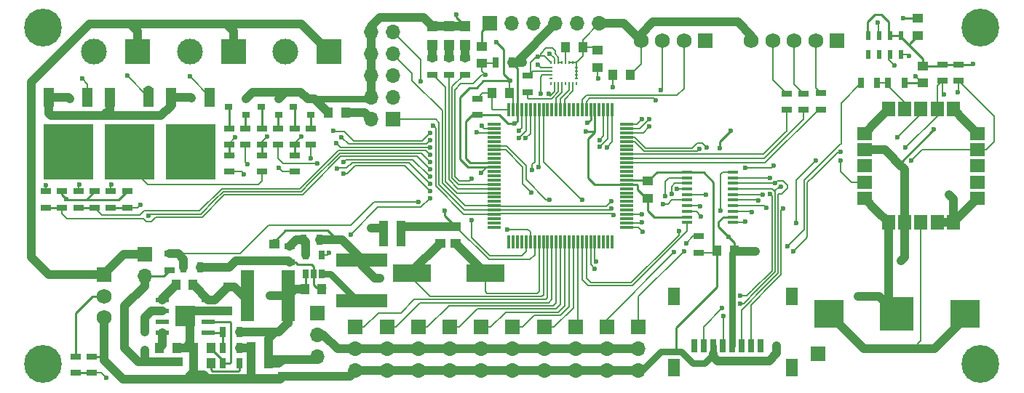
<source format=gbr>
G04 #@! TF.FileFunction,Copper,L1,Top,Signal*
%FSLAX46Y46*%
G04 Gerber Fmt 4.6, Leading zero omitted, Abs format (unit mm)*
G04 Created by KiCad (PCBNEW 4.0.7) date 01/31/18 14:54:27*
%MOMM*%
%LPD*%
G01*
G04 APERTURE LIST*
%ADD10C,0.100000*%
%ADD11R,1.750000X1.750000*%
%ADD12C,1.750000*%
%ADD13R,3.500000X3.300000*%
%ADD14R,4.000000X4.000000*%
%ADD15R,4.500000X2.000000*%
%ADD16R,1.450000X2.000000*%
%ADD17R,0.800000X1.500000*%
%ADD18R,1.270000X0.406400*%
%ADD19R,1.500000X0.300000*%
%ADD20R,0.300000X1.500000*%
%ADD21R,1.250000X1.000000*%
%ADD22C,4.400000*%
%ADD23R,0.900000X0.800000*%
%ADD24R,1.500000X1.800000*%
%ADD25R,1.800000X1.500000*%
%ADD26R,1.000000X1.250000*%
%ADD27R,1.200000X1.200000*%
%ADD28R,1.700000X1.700000*%
%ADD29O,1.700000X1.700000*%
%ADD30R,3.000000X3.000000*%
%ADD31C,3.000000*%
%ADD32R,1.300000X0.700000*%
%ADD33R,0.700000X1.300000*%
%ADD34R,0.600000X1.100000*%
%ADD35R,0.450000X0.600000*%
%ADD36R,1.100000X1.100000*%
%ADD37R,5.900000X1.600000*%
%ADD38R,1.600000X5.900000*%
%ADD39R,1.550000X0.600000*%
%ADD40R,1.175000X1.175000*%
%ADD41R,0.650000X1.060000*%
%ADD42R,0.230000X0.350000*%
%ADD43R,0.350000X0.230000*%
%ADD44R,1.200000X2.200000*%
%ADD45R,5.800000X6.400000*%
%ADD46R,2.750000X3.050000*%
%ADD47C,0.600000*%
%ADD48C,0.160000*%
%ADD49C,1.000000*%
%ADD50C,0.250000*%
%ADD51C,0.750000*%
G04 APERTURE END LIST*
D10*
D11*
X171221400Y-80314800D03*
D12*
X168721400Y-80314800D03*
X166221400Y-80314800D03*
X163721400Y-80314800D03*
X161221400Y-80314800D03*
D13*
X170281000Y-112141000D03*
X186081000Y-112141000D03*
D14*
X178181000Y-112141000D03*
D15*
X130284800Y-107340400D03*
X121784800Y-107340400D03*
D16*
X152205200Y-118406200D03*
X165955200Y-118406200D03*
X165955200Y-110106200D03*
X152205200Y-110106200D03*
D17*
X154580200Y-115806200D03*
X155680200Y-115806200D03*
X156780200Y-115806200D03*
X157880200Y-115806200D03*
X158980200Y-115806200D03*
X160080200Y-115806200D03*
X161180200Y-115806200D03*
X162280200Y-115806200D03*
D18*
X159131000Y-101447600D03*
X159131000Y-100812600D03*
X159131000Y-100152200D03*
X159131000Y-99491800D03*
X159131000Y-98856800D03*
X159131000Y-98196400D03*
X159131000Y-97536000D03*
X159131000Y-96901000D03*
X159131000Y-96240600D03*
X159131000Y-95605600D03*
X153797000Y-95605600D03*
X153797000Y-96240600D03*
X153797000Y-96901000D03*
X153797000Y-97536000D03*
X153797000Y-98196400D03*
X153797000Y-98856800D03*
X153797000Y-99491800D03*
X153797000Y-100152200D03*
X153797000Y-100812600D03*
X153797000Y-101447600D03*
D19*
X131339600Y-90012000D03*
X131339600Y-90512000D03*
X131339600Y-91012000D03*
X131339600Y-91512000D03*
X131339600Y-92012000D03*
X131339600Y-92512000D03*
X131339600Y-93012000D03*
X131339600Y-93512000D03*
X131339600Y-94012000D03*
X131339600Y-94512000D03*
X131339600Y-95012000D03*
X131339600Y-95512000D03*
X131339600Y-96012000D03*
X131339600Y-96512000D03*
X131339600Y-97012000D03*
X131339600Y-97512000D03*
X131339600Y-98012000D03*
X131339600Y-98512000D03*
X131339600Y-99012000D03*
X131339600Y-99512000D03*
X131339600Y-100012000D03*
X131339600Y-100512000D03*
X131339600Y-101012000D03*
X131339600Y-101512000D03*
X131339600Y-102012000D03*
D20*
X133039600Y-103712000D03*
X133539600Y-103712000D03*
X134039600Y-103712000D03*
X134539600Y-103712000D03*
X135039600Y-103712000D03*
X135539600Y-103712000D03*
X136039600Y-103712000D03*
X136539600Y-103712000D03*
X137039600Y-103712000D03*
X137539600Y-103712000D03*
X138039600Y-103712000D03*
X138539600Y-103712000D03*
X139039600Y-103712000D03*
X139539600Y-103712000D03*
X140039600Y-103712000D03*
X140539600Y-103712000D03*
X141039600Y-103712000D03*
X141539600Y-103712000D03*
X142039600Y-103712000D03*
X142539600Y-103712000D03*
X143039600Y-103712000D03*
X143539600Y-103712000D03*
X144039600Y-103712000D03*
X144539600Y-103712000D03*
X145039600Y-103712000D03*
D19*
X146739600Y-102012000D03*
X146739600Y-101512000D03*
X146739600Y-101012000D03*
X146739600Y-100512000D03*
X146739600Y-100012000D03*
X146739600Y-99512000D03*
X146739600Y-99012000D03*
X146739600Y-98512000D03*
X146739600Y-98012000D03*
X146739600Y-97512000D03*
X146739600Y-97012000D03*
X146739600Y-96512000D03*
X146739600Y-96012000D03*
X146739600Y-95512000D03*
X146739600Y-95012000D03*
X146739600Y-94512000D03*
X146739600Y-94012000D03*
X146739600Y-93512000D03*
X146739600Y-93012000D03*
X146739600Y-92512000D03*
X146739600Y-92012000D03*
X146739600Y-91512000D03*
X146739600Y-91012000D03*
X146739600Y-90512000D03*
X146739600Y-90012000D03*
D20*
X145039600Y-88312000D03*
X144539600Y-88312000D03*
X144039600Y-88312000D03*
X143539600Y-88312000D03*
X143039600Y-88312000D03*
X142539600Y-88312000D03*
X142039600Y-88312000D03*
X141539600Y-88312000D03*
X141039600Y-88312000D03*
X140539600Y-88312000D03*
X140039600Y-88312000D03*
X139539600Y-88312000D03*
X139039600Y-88312000D03*
X138539600Y-88312000D03*
X138039600Y-88312000D03*
X137539600Y-88312000D03*
X137039600Y-88312000D03*
X136539600Y-88312000D03*
X136039600Y-88312000D03*
X135539600Y-88312000D03*
X135039600Y-88312000D03*
X134539600Y-88312000D03*
X134039600Y-88312000D03*
X133539600Y-88312000D03*
X133039600Y-88312000D03*
D11*
X155905200Y-80314800D03*
D12*
X153405200Y-80314800D03*
X150905200Y-80314800D03*
X148405200Y-80314800D03*
D21*
X105714800Y-103952800D03*
X105714800Y-105952800D03*
D22*
X187909200Y-78790800D03*
X187909200Y-117983000D03*
X78867000Y-117983000D03*
D23*
X102422200Y-88948300D03*
X102422200Y-87048300D03*
X100422200Y-87998300D03*
X109978700Y-88948300D03*
X109978700Y-87048300D03*
X107978700Y-87998300D03*
D24*
X177175000Y-101469000D03*
X179075000Y-101469000D03*
X180975000Y-101469000D03*
X182875000Y-101469000D03*
X184775000Y-101469000D03*
D25*
X187575000Y-98669000D03*
X187575000Y-96769000D03*
X187575000Y-94869000D03*
X187575000Y-92969000D03*
X187575000Y-91069000D03*
D24*
X184775000Y-88269000D03*
X182875000Y-88269000D03*
X180975000Y-88269000D03*
X179075000Y-88269000D03*
X177175000Y-88269000D03*
D25*
X174375000Y-91069000D03*
X174375000Y-92969000D03*
X174375000Y-94869000D03*
X174375000Y-96769000D03*
X174375000Y-98669000D03*
D21*
X126847600Y-103920800D03*
X126847600Y-101920800D03*
X125018800Y-103920800D03*
X125018800Y-101920800D03*
X129895600Y-82940400D03*
X129895600Y-80940400D03*
D26*
X118481600Y-103657400D03*
X120481600Y-103657400D03*
D21*
X149225000Y-98637600D03*
X149225000Y-96637600D03*
D26*
X133105400Y-86385400D03*
X131105400Y-86385400D03*
X159242000Y-104724200D03*
X157242000Y-104724200D03*
D21*
X92608400Y-117694200D03*
X92608400Y-119694200D03*
X94488000Y-117719600D03*
X94488000Y-119719600D03*
D26*
X98383600Y-116052600D03*
X96383600Y-116052600D03*
X98383600Y-117856000D03*
X96383600Y-117856000D03*
D21*
X106730800Y-117414800D03*
X106730800Y-119414800D03*
X180568600Y-79689200D03*
X180568600Y-77689200D03*
X181229000Y-83226400D03*
X181229000Y-85226400D03*
D27*
X127914400Y-80805200D03*
X127914400Y-78605200D03*
X126034800Y-80805200D03*
X126034800Y-78605200D03*
X124155200Y-80805200D03*
X124155200Y-78605200D03*
D28*
X115189000Y-113665000D03*
D29*
X115189000Y-116205000D03*
X115189000Y-118745000D03*
D28*
X118846600Y-113665000D03*
D29*
X118846600Y-116205000D03*
X118846600Y-118745000D03*
D28*
X122504200Y-113665000D03*
D29*
X122504200Y-116205000D03*
X122504200Y-118745000D03*
D28*
X126161800Y-113665000D03*
D29*
X126161800Y-116205000D03*
X126161800Y-118745000D03*
D28*
X129819400Y-113665000D03*
D29*
X129819400Y-116205000D03*
X129819400Y-118745000D03*
D28*
X133477000Y-113665000D03*
D29*
X133477000Y-116205000D03*
X133477000Y-118745000D03*
D28*
X137134600Y-113665000D03*
D29*
X137134600Y-116205000D03*
X137134600Y-118745000D03*
D28*
X140792200Y-113665000D03*
D29*
X140792200Y-116205000D03*
X140792200Y-118745000D03*
D28*
X144449800Y-113665000D03*
D29*
X144449800Y-116205000D03*
X144449800Y-118745000D03*
D28*
X148107400Y-113665000D03*
D29*
X148107400Y-116205000D03*
X148107400Y-118745000D03*
D28*
X119583200Y-89458800D03*
D29*
X117043200Y-89458800D03*
X119583200Y-86918800D03*
X117043200Y-86918800D03*
X119583200Y-84378800D03*
X117043200Y-84378800D03*
X119583200Y-81838800D03*
X117043200Y-81838800D03*
X119583200Y-79298800D03*
X117043200Y-79298800D03*
D11*
X85979000Y-107569000D03*
D12*
X85979000Y-110069000D03*
X85979000Y-112569000D03*
D30*
X101041200Y-81508600D03*
D31*
X95961200Y-81508600D03*
D30*
X89865200Y-81508600D03*
D31*
X84785200Y-81508600D03*
D30*
X112090200Y-81508600D03*
D31*
X107010200Y-81508600D03*
D28*
X110718600Y-112014000D03*
D29*
X110718600Y-114554000D03*
X110718600Y-117094000D03*
D28*
X90703400Y-105156000D03*
D29*
X90703400Y-107696000D03*
D32*
X129336800Y-88935600D03*
X129336800Y-87035600D03*
D23*
X106232200Y-88948300D03*
X106232200Y-87048300D03*
X104232200Y-87998300D03*
D33*
X133360200Y-82778600D03*
X131460200Y-82778600D03*
X175879800Y-85217000D03*
X173979800Y-85217000D03*
X179029400Y-85217000D03*
X177129400Y-85217000D03*
D32*
X127914400Y-82311200D03*
X127914400Y-84211200D03*
X93573600Y-105120400D03*
X93573600Y-107020400D03*
D33*
X97089000Y-106654600D03*
X95189000Y-106654600D03*
D32*
X126034800Y-82311200D03*
X126034800Y-84211200D03*
X124155200Y-82311200D03*
X124155200Y-84211200D03*
X169341800Y-86400600D03*
X169341800Y-88300600D03*
X167335200Y-86426000D03*
X167335200Y-88326000D03*
X165328600Y-86426000D03*
X165328600Y-88326000D03*
X106184700Y-90477300D03*
X106184700Y-92377300D03*
X104279700Y-95552300D03*
X104279700Y-93652300D03*
X104279700Y-92377300D03*
X104279700Y-90477300D03*
X82981800Y-99730600D03*
X82981800Y-97830600D03*
X84861400Y-99730600D03*
X84861400Y-97830600D03*
X102374700Y-90477300D03*
X102374700Y-92377300D03*
X100469700Y-95552300D03*
X100469700Y-93652300D03*
X100469700Y-92377300D03*
X100469700Y-90477300D03*
X109994700Y-90477300D03*
X109994700Y-92377300D03*
X79171800Y-99730600D03*
X79171800Y-97830600D03*
X108089700Y-95552300D03*
X108089700Y-93652300D03*
X108089700Y-92377300D03*
X108089700Y-90477300D03*
X81051400Y-99730600D03*
X81051400Y-97830600D03*
X86741000Y-99730600D03*
X86741000Y-97830600D03*
X88620600Y-99730600D03*
X88620600Y-97830600D03*
X183464200Y-83047800D03*
X183464200Y-84947800D03*
X185343800Y-83047800D03*
X185343800Y-84947800D03*
X82600800Y-117083800D03*
X82600800Y-118983800D03*
X84480400Y-118983800D03*
X84480400Y-117083800D03*
D34*
X178612800Y-79654400D03*
X177362800Y-79654400D03*
X176112800Y-79654400D03*
X174862800Y-79654400D03*
X178612800Y-81854400D03*
X177362800Y-81854400D03*
X176112800Y-81854400D03*
X174862800Y-81854400D03*
D26*
X105063800Y-117856000D03*
X103063800Y-117856000D03*
X105063800Y-116027200D03*
X103063800Y-116027200D03*
D33*
X99761000Y-117830600D03*
X101661000Y-117830600D03*
X111033600Y-103479600D03*
X109133600Y-103479600D03*
D32*
X107543600Y-104206000D03*
X107543600Y-106106000D03*
D33*
X101661000Y-114223800D03*
X99761000Y-114223800D03*
X99761000Y-116052600D03*
X101661000Y-116052600D03*
D26*
X118481600Y-101879400D03*
X120481600Y-101879400D03*
X114030000Y-88696800D03*
X112030000Y-88696800D03*
D21*
X90728800Y-117719600D03*
X90728800Y-119719600D03*
D26*
X109286800Y-109220000D03*
X111286800Y-109220000D03*
X92370400Y-116052600D03*
X94370400Y-116052600D03*
X94300800Y-108712000D03*
X96300800Y-108712000D03*
D35*
X90652600Y-114266000D03*
X90652600Y-116366000D03*
D36*
X100330000Y-108937600D03*
X100330000Y-111737600D03*
D37*
X115925600Y-110554000D03*
X115925600Y-105854000D03*
D38*
X102628200Y-110007400D03*
X107328200Y-110007400D03*
D39*
X92677000Y-110464600D03*
X92677000Y-111734600D03*
X92677000Y-113004600D03*
X92677000Y-114274600D03*
X98077000Y-114274600D03*
X98077000Y-113004600D03*
X98077000Y-111734600D03*
X98077000Y-110464600D03*
D40*
X95964500Y-112957100D03*
X95964500Y-111782100D03*
X94789500Y-112957100D03*
X94789500Y-111782100D03*
D41*
X109387600Y-107424400D03*
X110337600Y-107424400D03*
X111287600Y-107424400D03*
X111287600Y-105224400D03*
X109387600Y-105224400D03*
D22*
X78867000Y-78790800D03*
D28*
X130810000Y-78282800D03*
D29*
X133350000Y-78282800D03*
X135890000Y-78282800D03*
X138430000Y-78282800D03*
X140970000Y-78282800D03*
X143510000Y-78282800D03*
D28*
X168986200Y-116789200D03*
D26*
X145126200Y-84277200D03*
X147126200Y-84277200D03*
D21*
X143383000Y-83397600D03*
X143383000Y-81397600D03*
D26*
X139639800Y-81051400D03*
X141639800Y-81051400D03*
D32*
X135229600Y-86243200D03*
X135229600Y-84343200D03*
D42*
X137915600Y-82798200D03*
D43*
X137945600Y-83378200D03*
X140895600Y-83378200D03*
X137945600Y-83808200D03*
X140895600Y-83808200D03*
X137945600Y-84238200D03*
X140895600Y-84238200D03*
X137945600Y-84668200D03*
X140895600Y-84668200D03*
D42*
X138345600Y-82798200D03*
X138775600Y-82798200D03*
X139205600Y-82798200D03*
X139635600Y-82798200D03*
X140065600Y-82798200D03*
X140495600Y-82798200D03*
X140925600Y-82798200D03*
X137915600Y-85248200D03*
X138345600Y-85248200D03*
X138775600Y-85248200D03*
X139205600Y-85248200D03*
X139635600Y-85248200D03*
X140065600Y-85248200D03*
X140495600Y-85248200D03*
X140925600Y-85248200D03*
D32*
X155117800Y-104988400D03*
X155117800Y-103088400D03*
D44*
X91141900Y-86909800D03*
X86581900Y-86909800D03*
D45*
X88861900Y-93209800D03*
D46*
X87336900Y-94884800D03*
X90386900Y-91534800D03*
X90386900Y-94884800D03*
X87336900Y-91534800D03*
D44*
X84029900Y-86909800D03*
X79469900Y-86909800D03*
D45*
X81749900Y-93209800D03*
D46*
X80224900Y-94884800D03*
X83274900Y-91534800D03*
X83274900Y-94884800D03*
X80224900Y-91534800D03*
D44*
X98253900Y-86909800D03*
X93693900Y-86909800D03*
D45*
X95973900Y-93209800D03*
D46*
X94448900Y-94884800D03*
X97498900Y-91534800D03*
X97498900Y-94884800D03*
X94448900Y-91534800D03*
D47*
X133197600Y-84963000D03*
X142189200Y-89865200D03*
X178892200Y-77647800D03*
X131546600Y-80416400D03*
X126898400Y-77216000D03*
X129768600Y-95707200D03*
X125603000Y-100101400D03*
X175971200Y-78181200D03*
X180340000Y-84429600D03*
X186136900Y-89630900D03*
X175800400Y-89643600D03*
X175762300Y-100056300D03*
X184277000Y-98221800D03*
X173685200Y-110083600D03*
X164211000Y-115798600D03*
X95964500Y-111782100D03*
X104165400Y-105968800D03*
X103657400Y-86309200D03*
X81534000Y-98755200D03*
X81940400Y-87020400D03*
X96088200Y-86944200D03*
X141960600Y-90855800D03*
X133731000Y-89941400D03*
X104800400Y-114376200D03*
X132816600Y-102260400D03*
X134594600Y-82778600D03*
X117017800Y-102133400D03*
X112141000Y-104978200D03*
X105206800Y-110007400D03*
X128676400Y-101219000D03*
X128701800Y-96393000D03*
X130276600Y-84226400D03*
X158877000Y-90754200D03*
X157581600Y-92786200D03*
X158623000Y-103149400D03*
X177266600Y-93548200D03*
X187071000Y-82981800D03*
X182473600Y-90601800D03*
X145084800Y-85674200D03*
X136423400Y-82118200D03*
X178638200Y-105943400D03*
X118033800Y-107975400D03*
X161721800Y-104851200D03*
X148615400Y-102539800D03*
X152273000Y-104927400D03*
X153416000Y-104800400D03*
X148513800Y-101447600D03*
X129260600Y-90906600D03*
X129844800Y-90220800D03*
X151968200Y-98145600D03*
X144957800Y-99822000D03*
X152552400Y-97561400D03*
X144932400Y-99009200D03*
X145186400Y-100609400D03*
X151180800Y-98399600D03*
X124206000Y-90144600D03*
X122758200Y-85039200D03*
X157861000Y-111455200D03*
X163398200Y-96316800D03*
X163398200Y-98171000D03*
X159943800Y-110032800D03*
X164719000Y-97282000D03*
X157988000Y-112369600D03*
X159918400Y-110896400D03*
X163982400Y-96901000D03*
X163017200Y-99745800D03*
X164973000Y-99822000D03*
X88900000Y-93268800D03*
X102209600Y-95834200D03*
X81813400Y-93345000D03*
X106222800Y-95097600D03*
X96088200Y-93268800D03*
X165455600Y-104216200D03*
X143154400Y-106019600D03*
X135763000Y-95351600D03*
X122555000Y-99060000D03*
X148488400Y-89458800D03*
X123850400Y-96113600D03*
X113766600Y-94386400D03*
X110744000Y-94589600D03*
X123850400Y-91059000D03*
X134162800Y-90805000D03*
X104876600Y-91465400D03*
X112598200Y-90805000D03*
X149377400Y-90297000D03*
X123850400Y-97790000D03*
X102641400Y-94640400D03*
X113792000Y-95783400D03*
X123850400Y-92735400D03*
X135001000Y-91643200D03*
X112953800Y-92227400D03*
X101219000Y-91516200D03*
X149326600Y-89458800D03*
X123850400Y-96951800D03*
X113055400Y-95148400D03*
X109982000Y-93980000D03*
X123850400Y-91897200D03*
X134188200Y-91617800D03*
X113538000Y-91516200D03*
X108889800Y-91414600D03*
X160553400Y-95123000D03*
X163830000Y-94869000D03*
X179171600Y-92760800D03*
X160528000Y-101396800D03*
X136423400Y-83083400D03*
X183616600Y-86563200D03*
X179578000Y-82042000D03*
X136702800Y-86436200D03*
X179832000Y-94259400D03*
X161290000Y-100228400D03*
X185293000Y-86309200D03*
X177927000Y-83159600D03*
X136525000Y-94996000D03*
X114630200Y-102870000D03*
X86156800Y-119532400D03*
X123850400Y-98628200D03*
X137718800Y-98780600D03*
X171602400Y-94234000D03*
X168783000Y-94208600D03*
X166471600Y-101498400D03*
X135661400Y-97967800D03*
X152806400Y-102489000D03*
X155397200Y-100761800D03*
X178231800Y-91567000D03*
X171653200Y-93218000D03*
X143027400Y-106832400D03*
X166090600Y-104825800D03*
X155270200Y-99568000D03*
X155219400Y-92913200D03*
X155956000Y-98247200D03*
X156057600Y-92735400D03*
X150952200Y-99288600D03*
X141528800Y-98831400D03*
X162534600Y-98221800D03*
X162026600Y-98882200D03*
X150088600Y-87249000D03*
X150723600Y-86004400D03*
X143408400Y-84658200D03*
X137795000Y-81788000D03*
X137642600Y-86461600D03*
X143586200Y-91846400D03*
X123850400Y-93573600D03*
X144424400Y-92684600D03*
X123850400Y-95275400D03*
X91135200Y-100711000D03*
X90144600Y-99441000D03*
X123850400Y-94411800D03*
X143611600Y-92659200D03*
X157632400Y-100101400D03*
X153670000Y-103860600D03*
X148488400Y-100482400D03*
X83032600Y-97078800D03*
X88620600Y-84378800D03*
X79197200Y-97155000D03*
X83362800Y-84658200D03*
X86766400Y-97053400D03*
X95935800Y-84455000D03*
D48*
X155117800Y-104988400D02*
X156977800Y-104988400D01*
X156977800Y-104988400D02*
X157242000Y-104724200D01*
D49*
X161221400Y-79669000D02*
X159657400Y-78105000D01*
X149809200Y-78105000D02*
X159657400Y-78105000D01*
X149809200Y-78105000D02*
X148405200Y-79509000D01*
X161221400Y-79669000D02*
X161221400Y-80314800D01*
D50*
X142539600Y-89514800D02*
X142539600Y-88312000D01*
X142539600Y-89514800D02*
X142189200Y-89865200D01*
X178892200Y-77647800D02*
X180527200Y-77647800D01*
X180527200Y-77647800D02*
X180568600Y-77689200D01*
X149225000Y-96637600D02*
X150257000Y-95605600D01*
X150257000Y-95605600D02*
X153797000Y-95605600D01*
X149225000Y-96637600D02*
X149099400Y-96512000D01*
X149099400Y-96512000D02*
X146739600Y-96512000D01*
D49*
X120481600Y-101879400D02*
X120481600Y-103657400D01*
D50*
X131339600Y-95012000D02*
X128286000Y-95012000D01*
D48*
X133105400Y-86385400D02*
X133105400Y-85055200D01*
X133105400Y-85055200D02*
X133197600Y-84963000D01*
D50*
X132410200Y-84175600D02*
X132410200Y-81280000D01*
X132410200Y-81280000D02*
X131546600Y-80416400D01*
X126898400Y-77216000D02*
X126898400Y-77589200D01*
X126898400Y-77589200D02*
X127914400Y-78605200D01*
X133197600Y-84963000D02*
X132410200Y-84175600D01*
X130073400Y-84963000D02*
X133197600Y-84963000D01*
X129260600Y-85775800D02*
X130073400Y-84963000D01*
X128473200Y-85775800D02*
X129260600Y-85775800D01*
X127355600Y-86893400D02*
X128473200Y-85775800D01*
X127355600Y-94081600D02*
X127355600Y-86893400D01*
X128286000Y-95012000D02*
X127355600Y-94081600D01*
X126847600Y-101920800D02*
X125603000Y-100676200D01*
D48*
X130463800Y-95012000D02*
X129768600Y-95707200D01*
X130463800Y-95012000D02*
X131339600Y-95012000D01*
D50*
X125603000Y-100676200D02*
X125603000Y-100101400D01*
X153797000Y-95605600D02*
X155676600Y-95605600D01*
X155676600Y-95605600D02*
X156845000Y-96774000D01*
X156845000Y-96774000D02*
X156845000Y-104327200D01*
X156845000Y-104327200D02*
X157242000Y-104724200D01*
D48*
X143383000Y-81397600D02*
X143036800Y-81051400D01*
X143036800Y-81051400D02*
X141639800Y-81051400D01*
X147126200Y-84277200D02*
X148405200Y-82998200D01*
X148405200Y-82998200D02*
X148405200Y-80314800D01*
X141639800Y-81051400D02*
X141639800Y-80153000D01*
X141639800Y-80153000D02*
X143510000Y-78282800D01*
X141639800Y-81051400D02*
X141639800Y-82084000D01*
X141639800Y-82084000D02*
X140925600Y-82798200D01*
X140065600Y-82798200D02*
X140495600Y-82798200D01*
X140495600Y-82798200D02*
X140925600Y-82798200D01*
X140925600Y-82798200D02*
X140925600Y-83348200D01*
X140925600Y-83348200D02*
X140895600Y-83378200D01*
X140895600Y-83378200D02*
X140895600Y-83808200D01*
X140895600Y-83808200D02*
X140895600Y-84238200D01*
X140895600Y-84668200D02*
X140895600Y-84238200D01*
X141840000Y-81251600D02*
X141639800Y-81051400D01*
D50*
X179029400Y-85217000D02*
X181219600Y-85217000D01*
X181219600Y-85217000D02*
X181229000Y-85226400D01*
D48*
X181229000Y-85226400D02*
X181136800Y-85226400D01*
X181136800Y-85226400D02*
X180340000Y-84429600D01*
X175985800Y-78195800D02*
X175985800Y-79654400D01*
X175971200Y-78181200D02*
X175985800Y-78195800D01*
X181219600Y-85217000D02*
X181229000Y-85226400D01*
D49*
X174375000Y-98669000D02*
X175762300Y-100056300D01*
X175762300Y-100056300D02*
X177175000Y-101469000D01*
X184775000Y-88269000D02*
X186136900Y-89630900D01*
X186136900Y-89630900D02*
X187575000Y-91069000D01*
X174375000Y-91069000D02*
X175800400Y-89643600D01*
X175800400Y-89643600D02*
X177175000Y-88269000D01*
X184775000Y-101469000D02*
X184775000Y-98719800D01*
X184775000Y-98719800D02*
X184277000Y-98221800D01*
X187575000Y-98669000D02*
X184775000Y-101469000D01*
X176123600Y-110083600D02*
X178181000Y-112141000D01*
X173685200Y-110083600D02*
X176123600Y-110083600D01*
X178181000Y-112141000D02*
X177175000Y-111135000D01*
X177175000Y-111135000D02*
X177175000Y-101469000D01*
X156780200Y-116789200D02*
X156780200Y-117130800D01*
X164211000Y-116713000D02*
X164211000Y-115798600D01*
X163296600Y-117627400D02*
X164211000Y-116713000D01*
X157276800Y-117627400D02*
X163296600Y-117627400D01*
X156780200Y-117130800D02*
X157276800Y-117627400D01*
D50*
X157242000Y-104724200D02*
X157242000Y-109000800D01*
X152527000Y-113715800D02*
X152527000Y-116535200D01*
X157242000Y-109000800D02*
X152527000Y-113715800D01*
D51*
X148107400Y-118745000D02*
X148488400Y-118745000D01*
X148488400Y-118745000D02*
X150698200Y-116535200D01*
X150698200Y-116535200D02*
X152527000Y-116535200D01*
X156780200Y-116854000D02*
X156780200Y-116789200D01*
X156780200Y-116789200D02*
X156780200Y-115806200D01*
X152527000Y-116535200D02*
X153085800Y-116535200D01*
X153085800Y-116535200D02*
X154406600Y-117856000D01*
X154406600Y-117856000D02*
X155778200Y-117856000D01*
X155778200Y-117856000D02*
X156780200Y-116854000D01*
D49*
X97089000Y-106654600D02*
X100533200Y-106654600D01*
X101235000Y-105952800D02*
X104181400Y-105952800D01*
X100533200Y-106654600D02*
X101235000Y-105952800D01*
D48*
X143510000Y-78282800D02*
X143510000Y-78536800D01*
X126847600Y-101920800D02*
X130692400Y-105765600D01*
X136039600Y-105219798D02*
X136039600Y-103712000D01*
X135493798Y-105765600D02*
X136039600Y-105219798D01*
X130692400Y-105765600D02*
X135493798Y-105765600D01*
X133105400Y-86385400D02*
X133539600Y-86819600D01*
X133539600Y-86819600D02*
X133539600Y-88312000D01*
D49*
X120481600Y-101879400D02*
X120523000Y-101920800D01*
X120523000Y-101920800D02*
X125018800Y-101920800D01*
X112030000Y-88696800D02*
X110381500Y-87048300D01*
X110381500Y-87048300D02*
X109978700Y-87048300D01*
X95964500Y-112957100D02*
X95964500Y-111782100D01*
X104181400Y-105952800D02*
X105714800Y-105952800D01*
X104165400Y-105968800D02*
X104181400Y-105952800D01*
X125018800Y-101920800D02*
X126847600Y-101920800D01*
X93693900Y-86909800D02*
X96053800Y-86909800D01*
X103657400Y-86309200D02*
X103657400Y-86283800D01*
D51*
X156768800Y-115794800D02*
X156780200Y-115806200D01*
D49*
X148107400Y-118745000D02*
X148437600Y-118745000D01*
D50*
X148107400Y-118745000D02*
X148412200Y-118745000D01*
D49*
X148405200Y-80314800D02*
X148405200Y-79509000D01*
X143510000Y-78282800D02*
X146373200Y-78282800D01*
X146373200Y-78282800D02*
X148405200Y-80314800D01*
X144449800Y-118745000D02*
X148107400Y-118745000D01*
X140792200Y-118745000D02*
X144449800Y-118745000D01*
D51*
X109978700Y-87048300D02*
X112443300Y-87048300D01*
X112443300Y-87048300D02*
X116913700Y-87048300D01*
X116913700Y-87048300D02*
X117043200Y-86918800D01*
D50*
X156810200Y-115776200D02*
X156780200Y-115806200D01*
X81559400Y-98780600D02*
X81610200Y-98780600D01*
X81534000Y-98755200D02*
X81559400Y-98780600D01*
D49*
X81829800Y-86909800D02*
X79469900Y-86909800D01*
D50*
X81051400Y-97830600D02*
X81051400Y-98221800D01*
X81051400Y-98221800D02*
X81610200Y-98780600D01*
X81610200Y-98780600D02*
X83911400Y-98780600D01*
X157161200Y-104805000D02*
X157242000Y-104724200D01*
D49*
X126034800Y-78605200D02*
X127914400Y-78605200D01*
X124155200Y-78605200D02*
X126034800Y-78605200D01*
X117043200Y-79298800D02*
X117043200Y-78587600D01*
X117043200Y-78587600D02*
X118059200Y-77571600D01*
X123121600Y-77571600D02*
X124155200Y-78605200D01*
X118059200Y-77571600D02*
X123121600Y-77571600D01*
X117043200Y-81838800D02*
X117043200Y-84378800D01*
X117043200Y-84378800D02*
X117043200Y-86918800D01*
X117043200Y-79298800D02*
X117043200Y-81838800D01*
X105714800Y-105952800D02*
X107390400Y-105952800D01*
X107390400Y-105952800D02*
X107543600Y-106106000D01*
D50*
X107543600Y-106106000D02*
X108239600Y-106106000D01*
X110337600Y-106578400D02*
X110337600Y-107424400D01*
X110083600Y-106324400D02*
X110337600Y-106578400D01*
X108458000Y-106324400D02*
X110083600Y-106324400D01*
X108239600Y-106106000D02*
X108458000Y-106324400D01*
X111134400Y-109067600D02*
X110693200Y-109067600D01*
X110337600Y-108712000D02*
X110337600Y-107424400D01*
X110337600Y-108712000D02*
X110693200Y-109067600D01*
X111134400Y-109067600D02*
X111286800Y-109220000D01*
X110896400Y-108829600D02*
X111286800Y-109220000D01*
X105714800Y-105952800D02*
X105714800Y-105867200D01*
X107543600Y-106106000D02*
X107543600Y-105816400D01*
X111286800Y-109220000D02*
X111506000Y-109220000D01*
X111506000Y-109220000D02*
X111658400Y-109067600D01*
X107493600Y-106156000D02*
X107528400Y-106121200D01*
X84480400Y-117083800D02*
X85511600Y-117083800D01*
X85511600Y-117083800D02*
X85979000Y-117551200D01*
D49*
X88900000Y-119719600D02*
X106426000Y-119719600D01*
X106426000Y-119719600D02*
X106730800Y-119414800D01*
X94488000Y-119719600D02*
X97907600Y-119719600D01*
X97907600Y-119719600D02*
X97942400Y-119684800D01*
X94789500Y-112957100D02*
X95964500Y-112957100D01*
X94789500Y-112957100D02*
X94789500Y-111782100D01*
X95964500Y-112957100D02*
X95964500Y-115633500D01*
X95964500Y-115633500D02*
X96383600Y-116052600D01*
X85979000Y-112569000D02*
X85979000Y-117551200D01*
X88147400Y-119719600D02*
X88900000Y-119719600D01*
X88900000Y-119719600D02*
X90728800Y-119719600D01*
X85979000Y-117551200D02*
X88147400Y-119719600D01*
X103063800Y-117856000D02*
X103063800Y-119684800D01*
X106730800Y-119414800D02*
X114519200Y-119414800D01*
X114519200Y-119414800D02*
X115189000Y-118745000D01*
X96015300Y-119256300D02*
X97513900Y-119256300D01*
X97513900Y-119256300D02*
X97942400Y-119684800D01*
X97942400Y-119684800D02*
X103063800Y-119684800D01*
X103063800Y-119684800D02*
X106460800Y-119684800D01*
X106460800Y-119684800D02*
X106730800Y-119414800D01*
X94488000Y-119719600D02*
X95552000Y-119719600D01*
X95552000Y-119719600D02*
X96015300Y-119256300D01*
X96015300Y-119256300D02*
X96282000Y-118989600D01*
X96282000Y-118989600D02*
X96383600Y-118888000D01*
X92608400Y-119694200D02*
X94462600Y-119694200D01*
X94462600Y-119694200D02*
X94488000Y-119719600D01*
X90728800Y-119719600D02*
X92583000Y-119719600D01*
X92583000Y-119719600D02*
X92608400Y-119694200D01*
X94462600Y-119745000D02*
X94488000Y-119719600D01*
D50*
X111480600Y-109026200D02*
X111286800Y-109220000D01*
D49*
X96383600Y-117856000D02*
X96383600Y-118888000D01*
X103063800Y-117856000D02*
X103063800Y-116027200D01*
X101661000Y-116052600D02*
X103038400Y-116052600D01*
X103038400Y-116052600D02*
X103063800Y-116027200D01*
X96383600Y-117856000D02*
X96383600Y-116052600D01*
X96383600Y-116052600D02*
X95402400Y-116052600D01*
X95402400Y-116052600D02*
X95964500Y-115490500D01*
X95964500Y-115490500D02*
X95964500Y-111782100D01*
X94370400Y-116052600D02*
X96383600Y-116052600D01*
D50*
X103038400Y-116052600D02*
X103063800Y-116078000D01*
X94370400Y-113376200D02*
X94789500Y-112957100D01*
D49*
X98077000Y-111734600D02*
X100327000Y-111734600D01*
X100327000Y-111734600D02*
X100279500Y-111782100D01*
X100279500Y-111782100D02*
X95964500Y-111782100D01*
X107061000Y-86283800D02*
X103657400Y-86283800D01*
X103657400Y-86283800D02*
X103186700Y-86283800D01*
X103186700Y-86283800D02*
X102422200Y-87048300D01*
X109978700Y-87048300D02*
X109603500Y-87048300D01*
X109603500Y-87048300D02*
X108839000Y-86283800D01*
X108839000Y-86283800D02*
X107061000Y-86283800D01*
X107061000Y-86283800D02*
X106996700Y-86283800D01*
X106996700Y-86283800D02*
X106232200Y-87048300D01*
X86581900Y-88322500D02*
X86581900Y-86909800D01*
X79469900Y-86909800D02*
X79469900Y-88220900D01*
X79469900Y-88715500D02*
X79781400Y-89027000D01*
X79469900Y-88220900D02*
X79469900Y-88715500D01*
X92583000Y-89027000D02*
X93693900Y-87916100D01*
X93693900Y-87916100D02*
X93693900Y-86909800D01*
D50*
X83911400Y-98780600D02*
X87670600Y-98780600D01*
X87670600Y-98780600D02*
X88620600Y-97830600D01*
X83911400Y-98780600D02*
X84861400Y-97830600D01*
D49*
X177054000Y-101590000D02*
X177175000Y-101469000D01*
D50*
X177165000Y-88259000D02*
X177175000Y-88269000D01*
D49*
X184775000Y-101469000D02*
X182875000Y-101469000D01*
X118846600Y-118745000D02*
X122504200Y-118745000D01*
X122504200Y-118745000D02*
X126161800Y-118745000D01*
X126161800Y-118745000D02*
X129819400Y-118745000D01*
X129819400Y-118745000D02*
X133477000Y-118745000D01*
X133477000Y-118745000D02*
X137134600Y-118745000D01*
X137134600Y-118745000D02*
X140792200Y-118745000D01*
X115189000Y-118745000D02*
X118846600Y-118745000D01*
D48*
X155143200Y-104790200D02*
X155117800Y-104815600D01*
D49*
X85979000Y-89027000D02*
X85979000Y-88925400D01*
X85979000Y-88925400D02*
X86581900Y-88322500D01*
X79781400Y-89027000D02*
X85979000Y-89027000D01*
X88900000Y-89027000D02*
X92583000Y-89027000D01*
X85979000Y-89027000D02*
X88900000Y-89027000D01*
X81940400Y-87020400D02*
X81829800Y-86909800D01*
X96053800Y-86909800D02*
X96088200Y-86944200D01*
D48*
X180975000Y-101469000D02*
X180975000Y-115265200D01*
X180975000Y-115265200D02*
X180060000Y-116180200D01*
D49*
X186081000Y-112648400D02*
X182549200Y-116180200D01*
X182295800Y-116180200D02*
X182549200Y-116180200D01*
X180060000Y-116180200D02*
X182295800Y-116180200D01*
X174320200Y-116180200D02*
X170281000Y-112141000D01*
X174320200Y-116180200D02*
X180060000Y-116180200D01*
X186081000Y-112648400D02*
X186081000Y-112141000D01*
D50*
X170281000Y-112141000D02*
X170281000Y-112851600D01*
X170547700Y-111823500D02*
X170573700Y-111823500D01*
X180975000Y-102235000D02*
X180975000Y-101469000D01*
X141960600Y-90855800D02*
X143039600Y-90855800D01*
X134039600Y-88312000D02*
X134039600Y-89632800D01*
X134039600Y-89632800D02*
X133731000Y-89941400D01*
X129336800Y-88935600D02*
X131937800Y-88935600D01*
X131937800Y-88935600D02*
X132943600Y-89941400D01*
X132943600Y-89941400D02*
X133731000Y-89941400D01*
X104800400Y-114376200D02*
X104800400Y-114223800D01*
X149225000Y-98637600D02*
X149031200Y-98637600D01*
X149031200Y-98637600D02*
X148031200Y-97637600D01*
X147913600Y-97012000D02*
X146739600Y-97012000D01*
X148031200Y-97129600D02*
X147913600Y-97012000D01*
X148031200Y-97637600D02*
X148031200Y-97129600D01*
X153797000Y-100812600D02*
X149910800Y-100812600D01*
X149225000Y-100126800D02*
X149225000Y-98637600D01*
X149910800Y-100812600D02*
X149225000Y-100126800D01*
D49*
X118481600Y-101879400D02*
X118481600Y-103657400D01*
D50*
X129336800Y-88935600D02*
X128793200Y-88935600D01*
X128793200Y-88935600D02*
X128016000Y-89712800D01*
X128548000Y-94512000D02*
X131339600Y-94512000D01*
X128016000Y-93980000D02*
X128548000Y-94512000D01*
X128016000Y-89712800D02*
X128016000Y-93980000D01*
X143039600Y-88312000D02*
X143039600Y-90855800D01*
X143039600Y-90855800D02*
X143039600Y-90754200D01*
X143011400Y-97012000D02*
X146739600Y-97012000D01*
X142265400Y-96266000D02*
X143011400Y-97012000D01*
X142265400Y-91744800D02*
X142265400Y-96266000D01*
X143039600Y-90970600D02*
X142265400Y-91744800D01*
X143039600Y-90754200D02*
X143039600Y-90970600D01*
D48*
X135539600Y-103712000D02*
X135539600Y-102570400D01*
X135229600Y-102260400D02*
X132816600Y-102260400D01*
X135539600Y-102570400D02*
X135229600Y-102260400D01*
X129336800Y-88935600D02*
X129728000Y-88935600D01*
D49*
X133360200Y-82778600D02*
X133934200Y-82778600D01*
X133934200Y-82778600D02*
X138430000Y-78282800D01*
D50*
X133360200Y-82778600D02*
X134039600Y-83458000D01*
X134039600Y-83458000D02*
X134039600Y-88312000D01*
D49*
X134594600Y-82778600D02*
X133360200Y-82778600D01*
X118481600Y-101879400D02*
X118227600Y-102133400D01*
X118227600Y-102133400D02*
X117017800Y-102133400D01*
X114030000Y-88696800D02*
X116281200Y-88696800D01*
X116281200Y-88696800D02*
X117043200Y-89458800D01*
D48*
X111287600Y-105224400D02*
X111894800Y-105224400D01*
X111894800Y-105224400D02*
X112141000Y-104978200D01*
D49*
X107328200Y-110007400D02*
X105206800Y-110007400D01*
D50*
X155905200Y-80314800D02*
X155876000Y-80344000D01*
X111287600Y-105224400D02*
X111287600Y-105445600D01*
X109387600Y-107424400D02*
X109387600Y-109119200D01*
X109387600Y-109119200D02*
X109286800Y-109220000D01*
D49*
X109286800Y-109220000D02*
X108115600Y-109220000D01*
X108115600Y-109220000D02*
X107328200Y-110007400D01*
D50*
X109387600Y-107424400D02*
X109387600Y-107680800D01*
D49*
X107328200Y-110007400D02*
X107328200Y-108598200D01*
D50*
X109286800Y-109220000D02*
X109474000Y-109220000D01*
X109372400Y-107439600D02*
X109387600Y-107424400D01*
D49*
X106730800Y-117414800D02*
X105505000Y-117414800D01*
X105505000Y-117414800D02*
X105063800Y-117856000D01*
X106730800Y-117414800D02*
X110372400Y-117440200D01*
X110372400Y-117440200D02*
X110718600Y-117094000D01*
X105063800Y-117856000D02*
X106289600Y-117856000D01*
X106289600Y-117856000D02*
X106730800Y-117414800D01*
X105063800Y-116027200D02*
X105063800Y-115027200D01*
X105063800Y-115027200D02*
X105867200Y-114223800D01*
X101661000Y-114223800D02*
X104800400Y-114223800D01*
X104800400Y-114223800D02*
X105867200Y-114223800D01*
X105867200Y-114223800D02*
X106273600Y-114223800D01*
X106273600Y-114223800D02*
X107276900Y-113220500D01*
X107276900Y-113220500D02*
X107328200Y-113169200D01*
X107328200Y-113169200D02*
X107328200Y-109296200D01*
X105063800Y-117856000D02*
X105063800Y-116027200D01*
D50*
X107328200Y-111188000D02*
X107328200Y-109296200D01*
D49*
X126847600Y-103920800D02*
X126865200Y-103920800D01*
X126865200Y-103920800D02*
X130284800Y-107340400D01*
D48*
X130284800Y-107340400D02*
X130284800Y-109507600D01*
X136539600Y-109484800D02*
X136539600Y-103712000D01*
X136305204Y-109719196D02*
X136539600Y-109484800D01*
X130496396Y-109719196D02*
X136305204Y-109719196D01*
X130284800Y-109507600D02*
X130496396Y-109719196D01*
D49*
X121784800Y-107340400D02*
X121784800Y-107154800D01*
X121784800Y-107154800D02*
X125018800Y-103920800D01*
D48*
X125018800Y-103920800D02*
X125018800Y-104106400D01*
X121784800Y-107340400D02*
X122555000Y-107340400D01*
X121784800Y-107340400D02*
X121784800Y-107988198D01*
X121784800Y-107988198D02*
X123875800Y-110079198D01*
X137039600Y-109873800D02*
X137039600Y-103712000D01*
X136834202Y-110079198D02*
X137039600Y-109873800D01*
X123875800Y-110079198D02*
X136834202Y-110079198D01*
D50*
X121784800Y-107340400D02*
X121784800Y-107821998D01*
D48*
X130276600Y-84226400D02*
X129895600Y-84226400D01*
X135039600Y-104838000D02*
X135039600Y-103712000D01*
X134518400Y-105359200D02*
X135039600Y-104838000D01*
X130795120Y-105359200D02*
X134518400Y-105359200D01*
X128676400Y-103240480D02*
X130795120Y-105359200D01*
X128676400Y-101219000D02*
X128676400Y-103240480D01*
X128442802Y-96651998D02*
X128701800Y-96393000D01*
X127285518Y-96651998D02*
X128442802Y-96651998D01*
X126754804Y-96121284D02*
X127285518Y-96651998D01*
X126754804Y-85995596D02*
X126754804Y-96121284D01*
X127457200Y-85293200D02*
X126754804Y-85995596D01*
X128828800Y-85293200D02*
X127457200Y-85293200D01*
X129895600Y-84226400D02*
X128828800Y-85293200D01*
X129895600Y-82940400D02*
X131298400Y-82940400D01*
X131298400Y-82940400D02*
X131460200Y-82778600D01*
X129895600Y-83845400D02*
X129895600Y-82940400D01*
X130276600Y-84226400D02*
X129895600Y-83845400D01*
D50*
X119583200Y-84378800D02*
X119583200Y-84886800D01*
X129895600Y-80940400D02*
X129895600Y-79197200D01*
X129895600Y-79197200D02*
X130810000Y-78282800D01*
D48*
X131105400Y-86385400D02*
X129987000Y-86385400D01*
X129987000Y-86385400D02*
X129336800Y-87035600D01*
X130892000Y-86172000D02*
X131105400Y-86385400D01*
X131039400Y-86451400D02*
X131105400Y-86385400D01*
X131105400Y-86385400D02*
X131105400Y-88255600D01*
X131161800Y-88312000D02*
X133039600Y-88312000D01*
X131105400Y-88255600D02*
X131161800Y-88312000D01*
D50*
X158877000Y-90754200D02*
X157581600Y-92049600D01*
X157581600Y-92049600D02*
X157581600Y-92786200D01*
X158623000Y-103149400D02*
X158610300Y-103162100D01*
X159131000Y-100812600D02*
X157988000Y-100812600D01*
X157988000Y-100812600D02*
X157429200Y-101371400D01*
X157429200Y-101981000D02*
X158610300Y-103162100D01*
X157429200Y-101371400D02*
X157429200Y-101981000D01*
X158610300Y-103162100D02*
X159242000Y-103793800D01*
X159242000Y-103793800D02*
X159242000Y-104724200D01*
X180568600Y-79689200D02*
X179679600Y-80578200D01*
X179679600Y-80578200D02*
X179679600Y-80848200D01*
X177266600Y-93548200D02*
X177304700Y-93510100D01*
X178422300Y-94627700D02*
X178447700Y-94627700D01*
X187005000Y-83047800D02*
X185343800Y-83047800D01*
X187071000Y-82981800D02*
X187005000Y-83047800D01*
X178447700Y-94627700D02*
X182473600Y-90601800D01*
D48*
X145084800Y-85674200D02*
X145084800Y-84318600D01*
X145084800Y-84318600D02*
X145126200Y-84277200D01*
X136423400Y-82118200D02*
X136474200Y-82067400D01*
X138775600Y-82798200D02*
X138775600Y-82209800D01*
X136728200Y-81788000D02*
X136728200Y-82067400D01*
X137363200Y-81153000D02*
X136728200Y-81788000D01*
X138125200Y-81153000D02*
X137363200Y-81153000D01*
X138404600Y-81432400D02*
X138125200Y-81153000D01*
X138404600Y-81838800D02*
X138404600Y-81432400D01*
X138775600Y-82209800D02*
X138404600Y-81838800D01*
X137915600Y-82798200D02*
X137915600Y-82797600D01*
X137915600Y-82797600D02*
X137185400Y-82067400D01*
X137185400Y-82067400D02*
X136728200Y-82067400D01*
X136728200Y-82067400D02*
X136474200Y-82067400D01*
X136474200Y-82067400D02*
X136347200Y-82067400D01*
X135559800Y-82854800D02*
X135559800Y-84013000D01*
X136347200Y-82067400D02*
X135559800Y-82854800D01*
X135559800Y-84013000D02*
X135229600Y-84343200D01*
X139205600Y-82798200D02*
X138775600Y-82798200D01*
X137945600Y-83808200D02*
X135764600Y-83808200D01*
X135764600Y-83808200D02*
X135229600Y-84343200D01*
D50*
X174735800Y-79654400D02*
X174735800Y-78095800D01*
X177235800Y-78074200D02*
X177235800Y-79654400D01*
X176403000Y-77241400D02*
X177235800Y-78074200D01*
X175590200Y-77241400D02*
X176403000Y-77241400D01*
X174735800Y-78095800D02*
X175590200Y-77241400D01*
X178485800Y-79654400D02*
X177235800Y-79654400D01*
X181229000Y-83226400D02*
X181229000Y-82397600D01*
X181229000Y-82397600D02*
X179679600Y-80848200D01*
X179679600Y-80848200D02*
X178485800Y-79654400D01*
X183464200Y-83047800D02*
X185343800Y-83047800D01*
X181229000Y-83226400D02*
X183285600Y-83226400D01*
X183285600Y-83226400D02*
X183464200Y-83047800D01*
D48*
X181407600Y-83047800D02*
X181229000Y-83226400D01*
X181371200Y-83084200D02*
X181229000Y-83226400D01*
X181482200Y-83479600D02*
X181229000Y-83226400D01*
D50*
X183464200Y-83047800D02*
X183085700Y-83047800D01*
X183530200Y-82981800D02*
X183464200Y-83047800D01*
D49*
X174375000Y-92969000D02*
X176763600Y-92969000D01*
X179075000Y-95280400D02*
X179075000Y-101469000D01*
X176763600Y-92969000D02*
X177304700Y-93510100D01*
X177304700Y-93510100D02*
X178422300Y-94627700D01*
X178422300Y-94627700D02*
X179075000Y-95280400D01*
X179075000Y-105506600D02*
X179075000Y-101469000D01*
X178638200Y-105943400D02*
X179075000Y-105506600D01*
D50*
X159131000Y-100812600D02*
X159080200Y-100863400D01*
D51*
X159242000Y-104724200D02*
X158980200Y-104986000D01*
X158980200Y-104986000D02*
X158980200Y-115806200D01*
D49*
X117475000Y-107975400D02*
X118033800Y-107975400D01*
X117475000Y-107975400D02*
X115925600Y-106426000D01*
X115925600Y-105854000D02*
X115925600Y-106426000D01*
X161721800Y-104851200D02*
X159369000Y-104851200D01*
X159369000Y-104851200D02*
X159242000Y-104724200D01*
D50*
X158861000Y-115687000D02*
X158980200Y-115806200D01*
X105714800Y-103952800D02*
X105714800Y-103708200D01*
X105714800Y-103708200D02*
X107010200Y-102412800D01*
X111937800Y-102412800D02*
X113004600Y-103479600D01*
X107010200Y-102412800D02*
X111937800Y-102412800D01*
X158980200Y-104986000D02*
X159242000Y-104724200D01*
X159412000Y-104894200D02*
X159242000Y-104724200D01*
X185343800Y-82981800D02*
X185343800Y-83047800D01*
X185227000Y-82931000D02*
X185343800Y-83047800D01*
X178485800Y-79654400D02*
X178587400Y-79654400D01*
D49*
X111033600Y-103479600D02*
X113004600Y-103479600D01*
X113004600Y-103479600D02*
X113639600Y-103479600D01*
X113639600Y-103479600D02*
X115925600Y-105765600D01*
X115925600Y-105765600D02*
X115925600Y-105854000D01*
X105714800Y-103952800D02*
X105714800Y-103886000D01*
D50*
X105868000Y-103799600D02*
X105714800Y-103952800D01*
X111261400Y-103251800D02*
X111033600Y-103479600D01*
X90703400Y-107696000D02*
X92898000Y-107696000D01*
X92898000Y-107696000D02*
X93573600Y-107020400D01*
D49*
X88341200Y-111201200D02*
X88341200Y-116128800D01*
X89932000Y-117719600D02*
X90728800Y-117719600D01*
X88341200Y-116128800D02*
X89932000Y-117719600D01*
X90703400Y-107696000D02*
X90678000Y-108864400D01*
X90678000Y-108864400D02*
X88341200Y-111201200D01*
X88341200Y-111201200D02*
X88290400Y-111252000D01*
X92608400Y-117694200D02*
X94462600Y-117694200D01*
X94462600Y-117694200D02*
X94488000Y-117719600D01*
X90728800Y-117719600D02*
X92583000Y-117719600D01*
X92583000Y-117719600D02*
X92608400Y-117694200D01*
X90652600Y-116366000D02*
X90652600Y-117643400D01*
X90652600Y-117643400D02*
X90728800Y-117719600D01*
X127914400Y-80805200D02*
X127914400Y-82311200D01*
X126034800Y-82311200D02*
X126034800Y-80805200D01*
X124155200Y-80805200D02*
X124155200Y-82311200D01*
X90652600Y-114266000D02*
X90652600Y-112522000D01*
X91440000Y-111734600D02*
X92677000Y-111734600D01*
X90652600Y-112522000D02*
X91440000Y-111734600D01*
D48*
X115189000Y-113665000D02*
X116205000Y-113665000D01*
X137539600Y-110212000D02*
X137539600Y-103712000D01*
X137312400Y-110439200D02*
X137539600Y-110212000D01*
X122021600Y-110439200D02*
X137312400Y-110439200D01*
X120446800Y-112014000D02*
X122021600Y-110439200D01*
X117856000Y-112014000D02*
X120446800Y-112014000D01*
X116205000Y-113665000D02*
X117856000Y-112014000D01*
D49*
X148107400Y-116205000D02*
X144449800Y-116205000D01*
X144449800Y-116205000D02*
X140792200Y-116205000D01*
X110718600Y-114554000D02*
X111455200Y-114528600D01*
X113131600Y-116205000D02*
X115189000Y-116205000D01*
X111455200Y-114528600D02*
X113131600Y-116205000D01*
X115189000Y-116205000D02*
X118846600Y-116205000D01*
X118846600Y-116205000D02*
X122504200Y-116205000D01*
X122504200Y-116205000D02*
X126161800Y-116205000D01*
X126161800Y-116205000D02*
X129819400Y-116205000D01*
X129819400Y-116205000D02*
X133477000Y-116205000D01*
X133477000Y-116205000D02*
X137134600Y-116205000D01*
X137134600Y-116205000D02*
X140792200Y-116205000D01*
D48*
X118846600Y-113665000D02*
X119888000Y-113665000D01*
X138039600Y-110448600D02*
X138039600Y-103712000D01*
X137655806Y-110832394D02*
X138039600Y-110448600D01*
X122720606Y-110832394D02*
X137655806Y-110832394D01*
X119888000Y-113665000D02*
X122720606Y-110832394D01*
D50*
X118846600Y-113665000D02*
X118948200Y-113665000D01*
X118846600Y-113665000D02*
X118846600Y-113639600D01*
D48*
X122504200Y-113665000D02*
X123571000Y-113665000D01*
X138539600Y-110837600D02*
X138539600Y-103712000D01*
X138184804Y-111192396D02*
X138539600Y-110837600D01*
X126043604Y-111192396D02*
X138184804Y-111192396D01*
X123571000Y-113665000D02*
X126043604Y-111192396D01*
D50*
X122504200Y-113665000D02*
X122504200Y-113360200D01*
X122504200Y-113665000D02*
X122504200Y-113538000D01*
D48*
X126161800Y-113665000D02*
X127254000Y-113665000D01*
X139039600Y-111023400D02*
X139039600Y-103712000D01*
X138510602Y-111552398D02*
X139039600Y-111023400D01*
X129366602Y-111552398D02*
X138510602Y-111552398D01*
X127254000Y-113665000D02*
X129366602Y-111552398D01*
D50*
X126161800Y-113665000D02*
X126466600Y-113665000D01*
X126161800Y-113665000D02*
X126161800Y-113538000D01*
D48*
X129819400Y-113665000D02*
X130911600Y-113665000D01*
X139539600Y-111183800D02*
X139539600Y-103712000D01*
X138811000Y-111912400D02*
X139539600Y-111183800D01*
X132664200Y-111912400D02*
X138811000Y-111912400D01*
X130911600Y-113665000D02*
X132664200Y-111912400D01*
D50*
X129819400Y-113665000D02*
X130225800Y-113665000D01*
X129819400Y-113665000D02*
X129819400Y-113334800D01*
D48*
X133477000Y-113665000D02*
X134620000Y-113665000D01*
X140039600Y-111293400D02*
X140039600Y-103712000D01*
X139014200Y-112318800D02*
X140039600Y-111293400D01*
X135966200Y-112318800D02*
X139014200Y-112318800D01*
X134620000Y-113665000D02*
X135966200Y-112318800D01*
D50*
X133477000Y-113665000D02*
X133715000Y-113427000D01*
D48*
X137134600Y-113665000D02*
X138277600Y-113665000D01*
X140539600Y-111403000D02*
X140539600Y-103712000D01*
X138277600Y-113665000D02*
X140539600Y-111403000D01*
D50*
X137134600Y-113665000D02*
X136499600Y-113665000D01*
D48*
X141039600Y-103712000D02*
X141039600Y-113417600D01*
X141039600Y-113417600D02*
X140792200Y-113665000D01*
D50*
X140792200Y-113665000D02*
X141039600Y-113417600D01*
D48*
X144449800Y-113665000D02*
X144449800Y-112750600D01*
X148087600Y-102012000D02*
X146739600Y-102012000D01*
X148615400Y-102539800D02*
X148087600Y-102012000D01*
X144449800Y-112750600D02*
X152273000Y-104927400D01*
X148107400Y-110109000D02*
X153416000Y-104800400D01*
X148107400Y-113665000D02*
X148107400Y-110109000D01*
X148449400Y-101512000D02*
X146739600Y-101512000D01*
X148513800Y-101447600D02*
X148449400Y-101512000D01*
X129366000Y-91012000D02*
X131339600Y-91012000D01*
X129260600Y-90906600D02*
X129366000Y-91012000D01*
D50*
X133350000Y-78282800D02*
X133350000Y-78689200D01*
D48*
X130136000Y-90512000D02*
X131339600Y-90512000D01*
X129844800Y-90220800D02*
X130136000Y-90512000D01*
D50*
X135890000Y-78282800D02*
X135585200Y-78282800D01*
D48*
X152323800Y-96901000D02*
X153797000Y-96901000D01*
X151968200Y-97256600D02*
X152323800Y-96901000D01*
X151968200Y-98145600D02*
X151968200Y-97256600D01*
X132943600Y-100025200D02*
X144754600Y-100025200D01*
X131352800Y-100025200D02*
X132943600Y-100025200D01*
X144754600Y-100025200D02*
X144957800Y-99822000D01*
X131339600Y-100012000D02*
X131352800Y-100025200D01*
X119583200Y-89458800D02*
X124510800Y-89458800D01*
X127850400Y-100012000D02*
X131339600Y-100012000D01*
X124891800Y-97053400D02*
X127850400Y-100012000D01*
X124891800Y-89839800D02*
X124891800Y-97053400D01*
X124510800Y-89458800D02*
X124891800Y-89839800D01*
X152577800Y-97536000D02*
X153797000Y-97536000D01*
X152552400Y-97561400D02*
X152577800Y-97536000D01*
X119583200Y-81838800D02*
X119583200Y-81864200D01*
X119583200Y-81864200D02*
X121793000Y-84074000D01*
X121793000Y-84074000D02*
X121793000Y-84912200D01*
D50*
X119583200Y-81838800D02*
X119583200Y-82042000D01*
D48*
X144399000Y-99542600D02*
X144932400Y-99009200D01*
X132943600Y-99542600D02*
X144399000Y-99542600D01*
X131339600Y-99512000D02*
X131370200Y-99542600D01*
X131370200Y-99542600D02*
X132943600Y-99542600D01*
X132943600Y-99542600D02*
X133019800Y-99542600D01*
X127909200Y-99512000D02*
X131339600Y-99512000D01*
X125298200Y-96901000D02*
X127909200Y-99512000D01*
X125298200Y-88417400D02*
X125298200Y-96901000D01*
X121793000Y-84912200D02*
X125298200Y-88417400D01*
X145034000Y-100457000D02*
X145186400Y-100609400D01*
X131394600Y-100457000D02*
X132969000Y-100457000D01*
X132969000Y-100457000D02*
X145034000Y-100457000D01*
X151639120Y-96240600D02*
X153797000Y-96240600D01*
X151180800Y-96698920D02*
X151639120Y-96240600D01*
X151180800Y-98399600D02*
X151180800Y-96698920D01*
X131339600Y-100512000D02*
X131394600Y-100457000D01*
X119583200Y-79298800D02*
X122732800Y-82448400D01*
X127791600Y-100512000D02*
X131339600Y-100512000D01*
X124510800Y-97231200D02*
X127791600Y-100512000D01*
X124510800Y-90449400D02*
X124510800Y-97231200D01*
X124206000Y-90144600D02*
X124510800Y-90449400D01*
X122732800Y-85013800D02*
X122758200Y-85039200D01*
X122732800Y-82448400D02*
X122732800Y-85013800D01*
D50*
X119583200Y-79298800D02*
X119583200Y-79349600D01*
X119583200Y-79298800D02*
X119888000Y-79298800D01*
D48*
X168721400Y-80314800D02*
X168721400Y-85780200D01*
X168721400Y-85780200D02*
X169341800Y-86400600D01*
X166221400Y-80314800D02*
X166221400Y-85312200D01*
X166221400Y-85312200D02*
X167335200Y-86426000D01*
D50*
X167367200Y-86394000D02*
X167335200Y-86426000D01*
D48*
X155680200Y-115806200D02*
X155680200Y-113636000D01*
X155680200Y-113636000D02*
X157861000Y-111455200D01*
X163638994Y-103225600D02*
X163638994Y-98411794D01*
X163322000Y-96240600D02*
X159131000Y-96240600D01*
X163398200Y-96316800D02*
X163322000Y-96240600D01*
X163638994Y-98411794D02*
X163398200Y-98171000D01*
X163638994Y-107070846D02*
X163638994Y-103225600D01*
X160677040Y-110032800D02*
X161313720Y-109396120D01*
X159943800Y-110032800D02*
X160677040Y-110032800D01*
X161313720Y-109396120D02*
X163638994Y-107070846D01*
X163931600Y-97840800D02*
X164490400Y-97282000D01*
X164490400Y-97282000D02*
X164719000Y-97282000D01*
X163998996Y-102387400D02*
X163998996Y-97908196D01*
X163998996Y-107219964D02*
X163998996Y-102387400D01*
X163626800Y-97536000D02*
X159131000Y-97536000D01*
X163998996Y-97908196D02*
X163931600Y-97840800D01*
X163931600Y-97840800D02*
X163626800Y-97536000D01*
X161834980Y-109383980D02*
X163998996Y-107219964D01*
X157880200Y-115806200D02*
X157988000Y-115698400D01*
X157988000Y-115698400D02*
X157988000Y-112369600D01*
X159918400Y-110896400D02*
X160322560Y-110896400D01*
X160322560Y-110896400D02*
X161834980Y-109383980D01*
X161834980Y-109383980D02*
X161860380Y-109358580D01*
X164358998Y-98115798D02*
X164748802Y-98115798D01*
X164358998Y-107369082D02*
X164358998Y-102489000D01*
X160080200Y-115806200D02*
X160080200Y-111647880D01*
X160080200Y-111647880D02*
X162902340Y-108825740D01*
X162902340Y-108825740D02*
X164358998Y-107369082D01*
X164358998Y-102489000D02*
X164358998Y-98115798D01*
X164261800Y-96621600D02*
X163982400Y-96901000D01*
X164922200Y-96621600D02*
X164261800Y-96621600D01*
X165404800Y-97104200D02*
X164922200Y-96621600D01*
X165404800Y-97459800D02*
X165404800Y-97104200D01*
X164748802Y-98115798D02*
X165404800Y-97459800D01*
X159131000Y-96901000D02*
X163753800Y-96901000D01*
X163982400Y-96901000D02*
X163753800Y-96901000D01*
X164719000Y-101244400D02*
X164719000Y-100076000D01*
X164719000Y-107518200D02*
X164719000Y-101244400D01*
X161180200Y-115806200D02*
X161180200Y-111057000D01*
X161180200Y-111057000D02*
X163728400Y-108508800D01*
X163728400Y-108508800D02*
X164719000Y-107518200D01*
X162763200Y-99491800D02*
X159131000Y-99491800D01*
X163017200Y-99745800D02*
X162763200Y-99491800D01*
X164719000Y-100076000D02*
X164973000Y-99822000D01*
D49*
X89865200Y-81508600D02*
X89865200Y-79197200D01*
X89865200Y-79197200D02*
X89001600Y-78333600D01*
X101041200Y-81508600D02*
X101041200Y-79197200D01*
X101041200Y-79197200D02*
X100177600Y-78333600D01*
X85979000Y-107569000D02*
X79476600Y-107569000D01*
X108915200Y-78333600D02*
X112090200Y-81508600D01*
X84226400Y-78333600D02*
X89001600Y-78333600D01*
X89001600Y-78333600D02*
X100177600Y-78333600D01*
X100177600Y-78333600D02*
X108915200Y-78333600D01*
X77444600Y-85115400D02*
X84226400Y-78333600D01*
X77444600Y-105537000D02*
X77444600Y-85115400D01*
X79476600Y-107569000D02*
X77444600Y-105537000D01*
X85979000Y-107569000D02*
X85979000Y-107442000D01*
X85979000Y-107442000D02*
X88265000Y-105156000D01*
X88265000Y-105156000D02*
X90703400Y-105156000D01*
D50*
X85979000Y-110069000D02*
X84571200Y-110069000D01*
X82600800Y-112039400D02*
X82600800Y-117083800D01*
X84571200Y-110069000D02*
X82600800Y-112039400D01*
D48*
X88861900Y-93209800D02*
X88861900Y-94805500D01*
X88861900Y-94805500D02*
X91059000Y-97002600D01*
X104279700Y-96608900D02*
X104279700Y-95552300D01*
X103886000Y-97002600D02*
X104279700Y-96608900D01*
X91059000Y-97002600D02*
X103886000Y-97002600D01*
D49*
X88900000Y-93268800D02*
X88861900Y-93230700D01*
X88861900Y-93230700D02*
X88861900Y-93209800D01*
D50*
X87960200Y-94111500D02*
X88861900Y-93209800D01*
D48*
X101927700Y-95552300D02*
X100469700Y-95552300D01*
X102209600Y-95834200D02*
X101927700Y-95552300D01*
D49*
X81813400Y-93345000D02*
X81749900Y-93281500D01*
X81749900Y-93281500D02*
X81749900Y-93209800D01*
D50*
X79171800Y-95787900D02*
X81749900Y-93209800D01*
X84150200Y-95610100D02*
X81749900Y-93209800D01*
D48*
X106677500Y-95552300D02*
X108089700Y-95552300D01*
X106222800Y-95097600D02*
X106677500Y-95552300D01*
D49*
X96088200Y-93268800D02*
X96029200Y-93209800D01*
X96029200Y-93209800D02*
X95973900Y-93209800D01*
D50*
X95973900Y-95288100D02*
X95973900Y-93209800D01*
X106184700Y-90477300D02*
X106184700Y-88995800D01*
X106184700Y-88995800D02*
X106232200Y-88948300D01*
X106168700Y-90366300D02*
X106057700Y-90477300D01*
X104279700Y-90477300D02*
X104279700Y-88045800D01*
X104279700Y-88045800D02*
X104232200Y-87998300D01*
X104152700Y-88014300D02*
X104168700Y-87998300D01*
X102374700Y-90477300D02*
X102374700Y-88995800D01*
X102374700Y-88995800D02*
X102422200Y-88948300D01*
X102374700Y-89059300D02*
X102485700Y-88948300D01*
X100469700Y-90477300D02*
X100469700Y-88045800D01*
X100469700Y-88045800D02*
X100422200Y-87998300D01*
X100469700Y-88014300D02*
X100485700Y-87998300D01*
X109978700Y-88948300D02*
X109978700Y-90461300D01*
X109978700Y-90461300D02*
X109994700Y-90477300D01*
X110248700Y-88964300D02*
X110232700Y-88948300D01*
X108089700Y-90477300D02*
X108089700Y-88109300D01*
X108089700Y-88109300D02*
X107978700Y-87998300D01*
X108216700Y-88014300D02*
X108232700Y-87998300D01*
D48*
X177129400Y-85217000D02*
X175879800Y-85217000D01*
X179075000Y-88269000D02*
X179075000Y-87482600D01*
X179075000Y-87482600D02*
X177129400Y-85537000D01*
X177129400Y-85537000D02*
X177129400Y-85217000D01*
X175879800Y-85217000D02*
X175691800Y-85217000D01*
D50*
X175879800Y-85217000D02*
X175879800Y-85222000D01*
X175884800Y-85212000D02*
X175879800Y-85217000D01*
D48*
X167406998Y-102264802D02*
X165455600Y-104216200D01*
X167406998Y-102133400D02*
X167406998Y-102264802D01*
X143039600Y-105904800D02*
X143039600Y-103712000D01*
X143154400Y-106019600D02*
X143039600Y-105904800D01*
X173979800Y-85217000D02*
X171678600Y-87518200D01*
X167406998Y-96524402D02*
X167406998Y-102133400D01*
X167406998Y-102133400D02*
X167406998Y-102158800D01*
X171602400Y-92329000D02*
X167406998Y-96524402D01*
X171678600Y-92329000D02*
X171602400Y-92329000D01*
X171678600Y-87518200D02*
X171678600Y-92329000D01*
X126394802Y-86004400D02*
X126394802Y-96270402D01*
X127136400Y-97012000D02*
X131339600Y-97012000D01*
X126394802Y-96270402D02*
X127136400Y-97012000D01*
X127914400Y-84211200D02*
X127832402Y-84211200D01*
X127832402Y-84211200D02*
X126394802Y-85648800D01*
X126394802Y-85648800D02*
X126394802Y-86004400D01*
X126394802Y-86004400D02*
X126394802Y-86080600D01*
D50*
X127914400Y-84211200D02*
X127914400Y-84378800D01*
D49*
X93573600Y-105120400D02*
X94579400Y-105120400D01*
X95189000Y-105730000D02*
X95189000Y-106654600D01*
X94579400Y-105120400D02*
X95189000Y-105730000D01*
D48*
X93573600Y-105120400D02*
X101737200Y-105120400D01*
X136039600Y-94389200D02*
X136039600Y-88312000D01*
X135763000Y-94665800D02*
X136039600Y-94389200D01*
X135763000Y-95351600D02*
X135763000Y-94665800D01*
X117322600Y-99060000D02*
X122555000Y-99060000D01*
X114604800Y-101777800D02*
X117322600Y-99060000D01*
X105079800Y-101777800D02*
X114604800Y-101777800D01*
X101737200Y-105120400D02*
X105079800Y-101777800D01*
X126034800Y-86156800D02*
X126034800Y-96469200D01*
X127077600Y-97512000D02*
X131339600Y-97512000D01*
X126034800Y-96469200D02*
X127077600Y-97512000D01*
X126034800Y-84211200D02*
X126034800Y-86156800D01*
X126034800Y-86156800D02*
X126034800Y-86182200D01*
D50*
X126034800Y-84211200D02*
X126034800Y-84378800D01*
D48*
X125674798Y-86055200D02*
X125674798Y-96667998D01*
X127018800Y-98012000D02*
X131339600Y-98012000D01*
X125674798Y-96667998D02*
X127018800Y-98012000D01*
X124155200Y-84211200D02*
X124216200Y-84211200D01*
X124216200Y-84211200D02*
X125674798Y-85669798D01*
X125674798Y-85669798D02*
X125674798Y-86055200D01*
X125674798Y-86055200D02*
X125674798Y-86156800D01*
X169341800Y-88300600D02*
X169052200Y-88300600D01*
X169052200Y-88300600D02*
X162840800Y-94512000D01*
X146739600Y-94512000D02*
X162840800Y-94512000D01*
X165328600Y-88326000D02*
X165328600Y-90830400D01*
X162647000Y-93512000D02*
X165303200Y-90855800D01*
X162647000Y-93512000D02*
X146739600Y-93512000D01*
X165328600Y-90830400D02*
X165303200Y-90855800D01*
X167335200Y-88326000D02*
X167335200Y-89408000D01*
X162731200Y-94012000D02*
X167335200Y-89408000D01*
X162731200Y-94012000D02*
X146739600Y-94012000D01*
X147935200Y-90012000D02*
X146739600Y-90012000D01*
X148488400Y-89458800D02*
X147935200Y-90012000D01*
X118033800Y-94137814D02*
X121874614Y-94137814D01*
X121874614Y-94137814D02*
X123850400Y-96113600D01*
X106184700Y-92377300D02*
X106184700Y-93992700D01*
X114015186Y-94137814D02*
X118033800Y-94137814D01*
X118033800Y-94137814D02*
X118059200Y-94137814D01*
X118059200Y-94137814D02*
X118084600Y-94137814D01*
X113766600Y-94386400D02*
X114015186Y-94137814D01*
X106781600Y-94589600D02*
X110744000Y-94589600D01*
X106184700Y-93992700D02*
X106781600Y-94589600D01*
X122783600Y-91977802D02*
X122931598Y-91977802D01*
X122931598Y-91977802D02*
X123850400Y-91059000D01*
X134539600Y-90428200D02*
X134539600Y-88312000D01*
X134162800Y-90805000D02*
X134539600Y-90428200D01*
X115646200Y-91977802D02*
X122783600Y-91977802D01*
X122783600Y-91977802D02*
X122829998Y-91977802D01*
X104279700Y-93652300D02*
X104307600Y-93624400D01*
X113588800Y-90881200D02*
X113867080Y-90881200D01*
X112598200Y-90805000D02*
X112674400Y-90881200D01*
X112674400Y-90881200D02*
X113588800Y-90881200D01*
X104279700Y-92062300D02*
X104876600Y-91465400D01*
X114963682Y-91977802D02*
X115646200Y-91977802D01*
X115646200Y-91977802D02*
X115697000Y-91977802D01*
X115697000Y-91977802D02*
X115722400Y-91977802D01*
X113867080Y-90881200D02*
X114963682Y-91977802D01*
X104279700Y-92377300D02*
X104279700Y-92062300D01*
D50*
X104279700Y-93652300D02*
X104279700Y-92377300D01*
D48*
X148662400Y-91012000D02*
X146739600Y-91012000D01*
X149377400Y-90297000D02*
X148662400Y-91012000D01*
X117170200Y-94857818D02*
X120918218Y-94857818D01*
X120918218Y-94857818D02*
X123850400Y-97790000D01*
X102374700Y-94373700D02*
X102641400Y-94640400D01*
X113792000Y-95783400D02*
X114198400Y-95783400D01*
X114198400Y-95783400D02*
X115123982Y-94857818D01*
X115123982Y-94857818D02*
X117170200Y-94857818D01*
X117170200Y-94857818D02*
X117221000Y-94857818D01*
X117221000Y-94857818D02*
X117271800Y-94857818D01*
X102374700Y-92377300D02*
X102374700Y-94373700D01*
X115595400Y-92697806D02*
X123113800Y-92697806D01*
X123113800Y-92697806D02*
X123812806Y-92697806D01*
X123812806Y-92697806D02*
X123850400Y-92735400D01*
X135539600Y-91104600D02*
X135539600Y-88312000D01*
X135001000Y-91643200D02*
X135539600Y-91104600D01*
X100469700Y-93652300D02*
X101069100Y-93652300D01*
X100469700Y-92377300D02*
X100469700Y-92265500D01*
X100469700Y-92265500D02*
X101219000Y-91516200D01*
X113424206Y-92697806D02*
X115595400Y-92697806D01*
X115595400Y-92697806D02*
X115620800Y-92697806D01*
X115620800Y-92697806D02*
X115646200Y-92697806D01*
X112953800Y-92227400D02*
X113424206Y-92697806D01*
X100469700Y-92377300D02*
X100469700Y-92214700D01*
D50*
X100469700Y-93652300D02*
X100469700Y-92377300D01*
D48*
X148273400Y-90512000D02*
X146739600Y-90512000D01*
X149326600Y-89458800D02*
X148273400Y-90512000D01*
X121396416Y-94497816D02*
X123850400Y-96951800D01*
X109994700Y-92377300D02*
X109994700Y-93967300D01*
X114772784Y-94497816D02*
X117652800Y-94497816D01*
X114147600Y-95123000D02*
X114772784Y-94497816D01*
X113080800Y-95123000D02*
X114147600Y-95123000D01*
X113055400Y-95148400D02*
X113080800Y-95123000D01*
X109994700Y-93967300D02*
X109982000Y-93980000D01*
X117652800Y-94497816D02*
X121396416Y-94497816D01*
D50*
X109994700Y-92377300D02*
X110073400Y-92456000D01*
D48*
X123308196Y-92337804D02*
X123409796Y-92337804D01*
X122580400Y-92337804D02*
X123308196Y-92337804D01*
X115620800Y-92337804D02*
X122580400Y-92337804D01*
X123409796Y-92337804D02*
X123850400Y-91897200D01*
X135039600Y-90766400D02*
X135039600Y-88312000D01*
X134188200Y-91617800D02*
X135039600Y-90766400D01*
X108089700Y-92214700D02*
X108889800Y-91414600D01*
X114359604Y-92337804D02*
X115620800Y-92337804D01*
X115620800Y-92337804D02*
X115646200Y-92337804D01*
X113538000Y-91516200D02*
X114359604Y-92337804D01*
X108089700Y-92377300D02*
X108089700Y-92214700D01*
D50*
X108089700Y-93652300D02*
X108089700Y-92377300D01*
D48*
X182875000Y-88269000D02*
X182875000Y-89057400D01*
X182875000Y-89057400D02*
X179171600Y-92760800D01*
X163576000Y-95123000D02*
X160553400Y-95123000D01*
X163830000Y-94869000D02*
X163576000Y-95123000D01*
X160477200Y-101447600D02*
X159131000Y-101447600D01*
X160528000Y-101396800D02*
X160477200Y-101447600D01*
X137945600Y-83378200D02*
X136718200Y-83378200D01*
X136718200Y-83378200D02*
X136423400Y-83083400D01*
X178485800Y-81854400D02*
X179390400Y-81854400D01*
X183464200Y-86410800D02*
X183464200Y-84947800D01*
X183616600Y-86563200D02*
X183464200Y-86410800D01*
X179390400Y-81854400D02*
X179578000Y-82042000D01*
X183464200Y-84947800D02*
X182875000Y-85537000D01*
X182875000Y-85537000D02*
X182875000Y-88269000D01*
X183464200Y-84947800D02*
X183708000Y-84947800D01*
D50*
X178485800Y-81854400D02*
X178485800Y-82092800D01*
D48*
X137945600Y-84238200D02*
X136945000Y-84238200D01*
X136702800Y-84480400D02*
X136702800Y-86436200D01*
X136945000Y-84238200D02*
X136702800Y-84480400D01*
X187575000Y-92969000D02*
X181122400Y-92969000D01*
X181122400Y-92969000D02*
X179832000Y-94259400D01*
X161213800Y-100152200D02*
X159131000Y-100152200D01*
X161290000Y-100228400D02*
X161213800Y-100152200D01*
X177235800Y-81854400D02*
X177235800Y-82468400D01*
X185343800Y-86258400D02*
X185343800Y-84947800D01*
X185293000Y-86309200D02*
X185343800Y-86258400D01*
X177235800Y-82468400D02*
X177927000Y-83159600D01*
X187575000Y-92969000D02*
X188564600Y-92969000D01*
X189484000Y-89088000D02*
X185343800Y-84947800D01*
X189484000Y-92049600D02*
X189484000Y-89088000D01*
X188564600Y-92969000D02*
X189484000Y-92049600D01*
D50*
X185297800Y-84993800D02*
X185343800Y-84947800D01*
D48*
X136539600Y-94981400D02*
X136539600Y-88312000D01*
X136525000Y-94996000D02*
X136539600Y-94981400D01*
X117805200Y-99695000D02*
X122783600Y-99695000D01*
X114630200Y-102870000D02*
X117805200Y-99695000D01*
X85608200Y-118983800D02*
X86156800Y-119532400D01*
X84480400Y-118983800D02*
X85608200Y-118983800D01*
X122783600Y-99695000D02*
X123850400Y-98628200D01*
D50*
X82600800Y-118983800D02*
X84480400Y-118983800D01*
D48*
X132720200Y-92512000D02*
X135051800Y-94843600D01*
X135051800Y-94843600D02*
X135051800Y-96469200D01*
X132720200Y-92512000D02*
X131339600Y-92512000D01*
X137363200Y-98780600D02*
X135051800Y-96469200D01*
X137718800Y-98780600D02*
X137363200Y-98780600D01*
X134649802Y-96596200D02*
X134649802Y-96956202D01*
X132636000Y-93012000D02*
X134649802Y-95025802D01*
X134649802Y-95025802D02*
X134649802Y-96596200D01*
X131339600Y-93012000D02*
X132636000Y-93012000D01*
X172867400Y-96769000D02*
X174375000Y-96769000D01*
X171602400Y-95504000D02*
X172867400Y-96769000D01*
X171602400Y-94234000D02*
X171602400Y-95504000D01*
X166471600Y-96520000D02*
X168783000Y-94208600D01*
X166471600Y-101498400D02*
X166471600Y-96520000D01*
X134649802Y-96956202D02*
X135661400Y-97967800D01*
X153797000Y-101447600D02*
X153797000Y-102463600D01*
X141539600Y-108164000D02*
X141539600Y-103712000D01*
X142214600Y-108839000D02*
X141539600Y-108164000D01*
X147421600Y-108839000D02*
X142214600Y-108839000D01*
X153797000Y-102463600D02*
X147421600Y-108839000D01*
X153797000Y-100152200D02*
X154863800Y-100152200D01*
X151866600Y-103884880D02*
X147272482Y-108478998D01*
X147272482Y-108478998D02*
X142540398Y-108478998D01*
X142540398Y-108478998D02*
X142039600Y-107978200D01*
X142039600Y-107978200D02*
X142039600Y-103712000D01*
X152806400Y-102945080D02*
X151866600Y-103884880D01*
X152806400Y-102489000D02*
X152806400Y-102945080D01*
X155143200Y-100507800D02*
X155397200Y-100761800D01*
X155143200Y-100431600D02*
X155143200Y-100507800D01*
X154863800Y-100152200D02*
X155143200Y-100431600D01*
X167525700Y-103416100D02*
X167767000Y-103174800D01*
X178231800Y-91567000D02*
X180975000Y-88823800D01*
X168478200Y-96088200D02*
X167767000Y-96799400D01*
X167767000Y-96799400D02*
X167767000Y-102235000D01*
X167767000Y-102235000D02*
X167767000Y-103174800D01*
X171348400Y-93218000D02*
X168478200Y-96088200D01*
X171653200Y-93218000D02*
X171348400Y-93218000D01*
X167525700Y-103416100D02*
X166116000Y-104825800D01*
X142539600Y-106344600D02*
X142539600Y-103712000D01*
X143027400Y-106832400D02*
X142539600Y-106344600D01*
X166116000Y-104825800D02*
X166090600Y-104825800D01*
X167525700Y-103416100D02*
X167513000Y-103428800D01*
X180975000Y-88269000D02*
X180975000Y-88823800D01*
X146739600Y-92012000D02*
X147638000Y-92012000D01*
X155194000Y-99491800D02*
X153797000Y-99491800D01*
X155270200Y-99568000D02*
X155194000Y-99491800D01*
X154980602Y-93151998D02*
X155219400Y-92913200D01*
X148777998Y-93151998D02*
X154980602Y-93151998D01*
X147638000Y-92012000D02*
X148777998Y-93151998D01*
X146739600Y-91512000D02*
X147647120Y-91512000D01*
X155905200Y-98196400D02*
X153797000Y-98196400D01*
X155956000Y-98247200D02*
X155905200Y-98196400D01*
X155549600Y-92227400D02*
X156057600Y-92735400D01*
X154914600Y-92227400D02*
X155549600Y-92227400D01*
X154350004Y-92791996D02*
X154914600Y-92227400D01*
X148927116Y-92791996D02*
X154350004Y-92791996D01*
X147647120Y-91512000D02*
X148927116Y-92791996D01*
X139039600Y-88312000D02*
X139039600Y-87045800D01*
X140065600Y-86019800D02*
X140065600Y-85248200D01*
X139039600Y-87045800D02*
X140065600Y-86019800D01*
X139539600Y-88312000D02*
X139539600Y-87104600D01*
X140495600Y-86148600D02*
X140495600Y-85248200D01*
X139539600Y-87104600D02*
X140495600Y-86148600D01*
X139547600Y-88304000D02*
X139539600Y-88312000D01*
X138539600Y-88312000D02*
X138539600Y-86987000D01*
X139205600Y-86321000D02*
X139205600Y-85248200D01*
X138539600Y-86987000D02*
X139205600Y-86321000D01*
X137039600Y-88312000D02*
X137039600Y-94393000D01*
X151968200Y-98856800D02*
X153797000Y-98856800D01*
X151536400Y-99288600D02*
X151968200Y-98856800D01*
X150952200Y-99288600D02*
X151536400Y-99288600D01*
X141478000Y-98831400D02*
X141528800Y-98831400D01*
X137039600Y-94393000D02*
X141478000Y-98831400D01*
X159131000Y-98196400D02*
X162509200Y-98196400D01*
X162509200Y-98196400D02*
X162534600Y-98221800D01*
X159131000Y-98856800D02*
X162001200Y-98856800D01*
X162001200Y-98856800D02*
X162026600Y-98882200D01*
D50*
X98077000Y-113004600D02*
X100558600Y-113004600D01*
X100558600Y-117830600D02*
X99761000Y-117830600D01*
X100685600Y-117703600D02*
X100558600Y-117830600D01*
X100685600Y-113131600D02*
X100685600Y-117703600D01*
X100558600Y-113004600D02*
X100685600Y-113131600D01*
X98383600Y-116052600D02*
X98383600Y-116189000D01*
X98383600Y-116189000D02*
X99761000Y-117566400D01*
X99761000Y-117566400D02*
X99761000Y-117830600D01*
X98383600Y-117856000D02*
X98383600Y-118652800D01*
X101661000Y-118709400D02*
X101661000Y-117830600D01*
X101549200Y-118821200D02*
X101661000Y-118709400D01*
X98552000Y-118821200D02*
X101549200Y-118821200D01*
X98383600Y-118652800D02*
X98552000Y-118821200D01*
D49*
X92677000Y-114274600D02*
X92677000Y-115746000D01*
X92677000Y-115746000D02*
X92370400Y-116052600D01*
X92677000Y-110464600D02*
X92677000Y-110335800D01*
X92677000Y-110335800D02*
X94300800Y-108712000D01*
X96300800Y-108712000D02*
X96324400Y-108712000D01*
X96324400Y-108712000D02*
X98077000Y-110464600D01*
X100330000Y-108937600D02*
X101101200Y-108937600D01*
X101101200Y-108937600D02*
X102628200Y-110464600D01*
X98077000Y-110464600D02*
X98803000Y-110464600D01*
X98803000Y-110464600D02*
X100330000Y-108937600D01*
D51*
X111287600Y-107424400D02*
X112301200Y-107424400D01*
X112301200Y-107424400D02*
X115430800Y-110554000D01*
X115430800Y-110554000D02*
X115925600Y-110554000D01*
D50*
X115024400Y-110554000D02*
X115925600Y-110554000D01*
D49*
X109387600Y-105224400D02*
X109387600Y-103733600D01*
X109387600Y-103733600D02*
X109133600Y-103479600D01*
X109133600Y-103479600D02*
X108270000Y-103479600D01*
X108270000Y-103479600D02*
X107543600Y-104206000D01*
D50*
X107642800Y-104106800D02*
X107543600Y-104206000D01*
X107642800Y-104106800D02*
X107543600Y-104206000D01*
X99761000Y-116052600D02*
X99761000Y-114223800D01*
X98077000Y-114274600D02*
X99710200Y-114274600D01*
X99710200Y-114274600D02*
X99761000Y-114223800D01*
D48*
X153405200Y-80314800D02*
X153405200Y-85837400D01*
X141539600Y-87162000D02*
X141539600Y-88312000D01*
X142062200Y-86639400D02*
X141539600Y-87162000D01*
X152603200Y-86639400D02*
X142062200Y-86639400D01*
X153405200Y-85837400D02*
X152603200Y-86639400D01*
X150905200Y-80314800D02*
X150905200Y-85822800D01*
X142039600Y-87398600D02*
X142039600Y-88312000D01*
X142438798Y-86999402D02*
X142039600Y-87398600D01*
X149839002Y-86999402D02*
X142438798Y-86999402D01*
X150088600Y-87249000D02*
X149839002Y-86999402D01*
X150905200Y-85822800D02*
X150723600Y-86004400D01*
X138345600Y-82798200D02*
X138345600Y-82338600D01*
X143383000Y-84632800D02*
X143383000Y-83397600D01*
X143408400Y-84658200D02*
X143383000Y-84632800D01*
X138345600Y-82338600D02*
X137795000Y-81788000D01*
X139639800Y-81051400D02*
X139639800Y-82794000D01*
X139639800Y-82794000D02*
X139635600Y-82798200D01*
X138345600Y-85248200D02*
X138345600Y-86162760D01*
X137822562Y-86641562D02*
X137642600Y-86461600D01*
X137822562Y-86685798D02*
X137822562Y-86641562D01*
X138345600Y-86162760D02*
X137822562Y-86685798D01*
X135229600Y-86243200D02*
X135229600Y-86944200D01*
X138775600Y-86241880D02*
X138775600Y-85248200D01*
X137971680Y-87045800D02*
X138775600Y-86241880D01*
X135331200Y-87045800D02*
X137971680Y-87045800D01*
X135229600Y-86944200D02*
X135331200Y-87045800D01*
X115468400Y-93057808D02*
X123334608Y-93057808D01*
X144039600Y-91393000D02*
X144039600Y-88312000D01*
X143586200Y-91846400D02*
X144039600Y-91393000D01*
X123334608Y-93057808D02*
X123850400Y-93573600D01*
X115493800Y-93057808D02*
X115468400Y-93057808D01*
X115468400Y-93057808D02*
X113190192Y-93057808D01*
X93308802Y-100090602D02*
X97064198Y-100090602D01*
X85725000Y-100634800D02*
X84861400Y-99771200D01*
X90612598Y-100090602D02*
X91313000Y-100090602D01*
X90068400Y-100634800D02*
X90612598Y-100090602D01*
X85725000Y-100634800D02*
X90068400Y-100634800D01*
X91313000Y-100090602D02*
X93308802Y-100090602D01*
X108737400Y-97510600D02*
X109804200Y-96443800D01*
X99644200Y-97510600D02*
X108737400Y-97510600D01*
X97064198Y-100090602D02*
X99644200Y-97510600D01*
X109804200Y-96443800D02*
X113190192Y-93057808D01*
X84861400Y-99730600D02*
X84861400Y-99771200D01*
D50*
X84861400Y-99730600D02*
X84861400Y-99847400D01*
X82981800Y-99730600D02*
X84861400Y-99730600D01*
X82981800Y-99730600D02*
X82981800Y-99710200D01*
D48*
X116332000Y-93777812D02*
X122352812Y-93777812D01*
X109868820Y-97397420D02*
X113488428Y-93777812D01*
X116306600Y-93777812D02*
X113488428Y-93777812D01*
X116332000Y-93777812D02*
X116306600Y-93777812D01*
X145039600Y-92069400D02*
X145039600Y-88312000D01*
X144424400Y-92684600D02*
X145039600Y-92069400D01*
X122352812Y-93777812D02*
X123850400Y-95275400D01*
X93243400Y-100842402D02*
X97330638Y-100842402D01*
X90504602Y-100994802D02*
X90855800Y-101346000D01*
X90855800Y-101346000D02*
X91440000Y-101346000D01*
X91440000Y-101346000D02*
X91943598Y-100842402D01*
X91943598Y-100842402D02*
X93243400Y-100842402D01*
X81051400Y-99730600D02*
X81051400Y-100431600D01*
X81614602Y-100994802D02*
X90311602Y-100994802D01*
X81051400Y-100431600D02*
X81614602Y-100994802D01*
X90311602Y-100994802D02*
X90504602Y-100994802D01*
X109035636Y-98230604D02*
X109868820Y-97397420D01*
X109868820Y-97397420D02*
X109919620Y-97346620D01*
X99942436Y-98230604D02*
X109035636Y-98230604D01*
X97330638Y-100842402D02*
X99942436Y-98230604D01*
D50*
X81051400Y-99730600D02*
X81051400Y-99923600D01*
X81051400Y-99730600D02*
X79171800Y-99730600D01*
X81051400Y-99730600D02*
X81051400Y-99745800D01*
X79171800Y-99730600D02*
X79171800Y-99710200D01*
D48*
X116128800Y-93417810D02*
X122856410Y-93417810D01*
X98831960Y-98831960D02*
X99793318Y-97870602D01*
X97181520Y-100482400D02*
X98831960Y-98831960D01*
X88620600Y-99730600D02*
X89855000Y-99730600D01*
X91363800Y-100482400D02*
X93243400Y-100482400D01*
X91135200Y-100711000D02*
X91363800Y-100482400D01*
X89855000Y-99730600D02*
X90144600Y-99441000D01*
X93243400Y-100482400D02*
X97181520Y-100482400D01*
X108886518Y-97870602D02*
X109931760Y-96825360D01*
X99793318Y-97870602D02*
X108886518Y-97870602D01*
X109931760Y-96825360D02*
X113339310Y-93417810D01*
X116103400Y-93417810D02*
X113339310Y-93417810D01*
X116128800Y-93417810D02*
X116103400Y-93417810D01*
X122961400Y-93522800D02*
X123850400Y-94411800D01*
X143611600Y-92659200D02*
X144539600Y-91731200D01*
X144539600Y-91731200D02*
X144539600Y-88312000D01*
X122856410Y-93417810D02*
X122961400Y-93522800D01*
D50*
X88620600Y-99730600D02*
X88991400Y-99730600D01*
X86741000Y-99730600D02*
X88620600Y-99730600D01*
X86741000Y-99730600D02*
X86741000Y-99710200D01*
D48*
X159131000Y-95605600D02*
X157911800Y-95605600D01*
X157632400Y-95885000D02*
X157632400Y-100101400D01*
X157911800Y-95605600D02*
X157632400Y-95885000D01*
X155117800Y-103088400D02*
X154442200Y-103088400D01*
X154442200Y-103088400D02*
X153670000Y-103860600D01*
X148458800Y-100512000D02*
X146739600Y-100512000D01*
X148488400Y-100482400D02*
X148458800Y-100512000D01*
X163721400Y-80314800D02*
X163721400Y-84818800D01*
X163721400Y-84818800D02*
X165328600Y-86426000D01*
D50*
X165392600Y-86362000D02*
X165328600Y-86426000D01*
D48*
X91141900Y-86909800D02*
X91141900Y-86900100D01*
X91141900Y-86900100D02*
X88620600Y-84378800D01*
X82981800Y-97129600D02*
X82981800Y-97830600D01*
X83032600Y-97078800D02*
X82981800Y-97129600D01*
D49*
X91141900Y-86909800D02*
X91141900Y-86023100D01*
D48*
X84029900Y-86909800D02*
X84029900Y-85325300D01*
X79171800Y-97180400D02*
X79171800Y-97830600D01*
X79197200Y-97155000D02*
X79171800Y-97180400D01*
X84029900Y-85325300D02*
X83362800Y-84658200D01*
X86741000Y-97078800D02*
X86741000Y-97830600D01*
X86766400Y-97053400D02*
X86741000Y-97078800D01*
X98253900Y-86773100D02*
X95935800Y-84455000D01*
X98253900Y-86909800D02*
X98253900Y-86773100D01*
M02*

</source>
